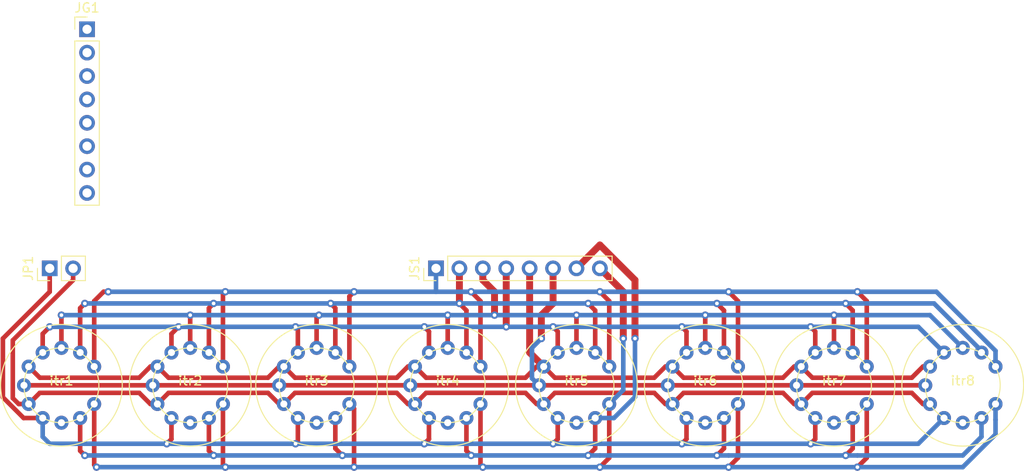
<source format=kicad_pcb>
(kicad_pcb (version 20211014) (generator pcbnew)
  (layers (0 "F.Cu" signal) (31 "B.Cu" signal) (34 "B.Paste" user) (35 "F.Paste" user) (36 "B.SilkS" user "B.Silkscreen") (37 "F.SilkS" user "F.Silkscreen") (38 "B.Mask" user) (39 "F.Mask" user) (44 "Edge.Cuts" user))
  (net 0 "")
  (net 1 "Net-(JS1-Pad1)")
  (net 2 "Net-(JS1-Pad2)")
  (net 3 "Net-(JS1-Pad3)")
  (net 4 "Net-(JS1-Pad4)")
  (net 5 "Net-(JS1-Pad5)")
  (net 6 "Net-(JS1-Pad6)")
  (net 7 "Net-(JP1-Pad2)")
  (net 8 "Net-(JP1-Pad1)")
  (net 9 "Net-(JG1-Pad1)")
  (net 10 "Net-(JS1-Pad7)")
  (net 11 "Net-(JS1-Pad8)")
  (net 12 "Net-(JG1-Pad8)")
  (net 13 "Net-(JG1-Pad2)")
  (net 14 "Net-(JG1-Pad7)")
  (net 15 "Net-(JG1-Pad3)")
  (net 16 "Net-(JG1-Pad6)")
  (net 17 "Net-(JG1-Pad4)")
  (net 18 "Net-(JG1-Pad5)")
  (footprint "Connector_PinHeader_2.54mm:PinHeader_1x02_P2.54mm_Vertical" (layer "F.Cu") (at 100.33 95.25 90)
    (fp_text reference "JP1" (at 0 -2.33 90) (layer "F.SilkS"))
    (fp_text value "1V")
    (fp_line (start -1.33 -1.33) (end 0 -1.33) (layer "F.SilkS") (width 0.12))
    (fp_line (start 1.33 1.27) (end 1.33 3.87) (layer "F.SilkS") (width 0.12))
    (fp_line (start -1.33 1.27) (end -1.33 3.87) (layer "F.SilkS") (width 0.12))
    (fp_line (start -1.33 1.27) (end 1.33 1.27) (layer "F.SilkS") (width 0.12))
    (fp_line (start -1.33 3.87) (end 1.33 3.87) (layer "F.SilkS") (width 0.12))
    (fp_line (start -1.33 0) (end -1.33 -1.33) (layer "F.SilkS") (width 0.12))
    (pad "1" thru_hole rect (at 0 0 90) (size 1.7 1.7) (drill 1) (layers *.Cu *.Mask) (net 8 "Net-(JP1-Pad1)"))
    (pad "2" thru_hole oval (at 0 2.54 90) (size 1.7 1.7) (drill 1) (layers *.Cu *.Mask) (net 7 "Net-(JP1-Pad2)"))
  )
  (footprint "Connector_PinHeader_2.54mm:PinHeader_1x08_P2.54mm_Vertical" (layer "F.Cu") (at 104.381 69.281)
    (fp_text reference "JG1" (at 0 -2.33) (layer "F.SilkS"))
    (fp_text value "Conn_01x08")
    (fp_line (start -1.33 19.11) (end 1.33 19.11) (layer "F.SilkS") (width 0.12))
    (fp_line (start -1.33 -1.33) (end 0 -1.33) (layer "F.SilkS") (width 0.12))
    (fp_line (start -1.33 1.27) (end 1.33 1.27) (layer "F.SilkS") (width 0.12))
    (fp_line (start 1.33 1.27) (end 1.33 19.11) (layer "F.SilkS") (width 0.12))
    (fp_line (start -1.33 1.27) (end -1.33 19.11) (layer "F.SilkS") (width 0.12))
    (fp_line (start -1.33 0) (end -1.33 -1.33) (layer "F.SilkS") (width 0.12))
    (pad "1" thru_hole rect (at 0 0) (size 1.7 1.7) (drill 1) (layers *.Cu *.Mask) (net 9 "Net-(JG1-Pad1)"))
    (pad "2" thru_hole oval (at 0 2.54) (size 1.7 1.7) (drill 1) (layers *.Cu *.Mask) (net 13 "Net-(JG1-Pad2)"))
    (pad "3" thru_hole oval (at 0 5.08) (size 1.7 1.7) (drill 1) (layers *.Cu *.Mask) (net 15 "Net-(JG1-Pad3)"))
    (pad "4" thru_hole oval (at 0 7.62) (size 1.7 1.7) (drill 1) (layers *.Cu *.Mask) (net 17 "Net-(JG1-Pad4)"))
    (pad "5" thru_hole oval (at 0 10.16) (size 1.7 1.7) (drill 1) (layers *.Cu *.Mask) (net 18 "Net-(JG1-Pad5)"))
    (pad "6" thru_hole oval (at 0 12.7) (size 1.7 1.7) (drill 1) (layers *.Cu *.Mask) (net 16 "Net-(JG1-Pad6)"))
    (pad "7" thru_hole oval (at 0 15.24) (size 1.7 1.7) (drill 1) (layers *.Cu *.Mask) (net 14 "Net-(JG1-Pad7)"))
    (pad "8" thru_hole oval (at 0 17.78) (size 1.7 1.7) (drill 1) (layers *.Cu *.Mask) (net 12 "Net-(JG1-Pad8)"))
  )
  (footprint "Itron:itron_IV_6" (layer "F.Cu") (at 185.42 107.95)
    (fp_text reference "itr7" (at 0 -0.5 unlocked) (layer "F.SilkS"))
    (fp_text value "itron_IV_6")
    (fp_circle (center 0 0) (end 0 -4.064) (layer "F.SilkS") (width 0.12) (fill none))
    (fp_circle (center 0 0) (end 6.604 0) (layer "F.SilkS") (width 0.12) (fill none))
    (pad "1" thru_hole circle (at 3.556 -2.032) (size 1.524 1.524) (drill 0.762) (layers *.Cu *.Mask) (net 1 "Net-(JS1-Pad1)"))
    (pad "2" thru_hole circle (at 2.032 -3.556) (size 1.524 1.524) (drill 0.762) (layers *.Cu *.Mask) (net 2 "Net-(JS1-Pad2)"))
    (pad "3" thru_hole circle (at 0 -4.064) (size 1.524 1.524) (drill 0.762) (layers *.Cu *.Mask) (net 3 "Net-(JS1-Pad3)"))
    (pad "4" thru_hole circle (at -2.032 -3.556) (size 1.524 1.524) (drill 0.762) (layers *.Cu *.Mask) (net 4 "Net-(JS1-Pad4)"))
    (pad "5" thru_hole circle (at -3.556 -2.032) (size 1.524 1.524) (drill 0.762) (layers *.Cu *.Mask) (net 5 "Net-(JS1-Pad5)"))
    (pad "6" thru_hole circle (at -4.064 0) (size 1.524 1.524) (drill 0.762) (layers *.Cu *.Mask) (net 6 "Net-(JS1-Pad6)"))
    (pad "7" thru_hole circle (at -3.556 2.032) (size 1.524 1.524) (drill 0.762) (layers *.Cu *.Mask) (net 7 "Net-(JP1-Pad2)"))
    (pad "8" thru_hole circle (at -2.032 3.556) (size 1.524 1.524) (drill 0.762) (layers *.Cu *.Mask) (net 8 "Net-(JP1-Pad1)"))
    (pad "9" thru_hole circle (at 0 4.064) (size 1.524 1.524) (drill 0.762) (layers *.Cu *.Mask) (net 14 "Net-(JG1-Pad7)"))
    (pad "10" thru_hole circle (at 2.032 3.556) (size 1.524 1.524) (drill 0.762) (layers *.Cu *.Mask) (net 10 "Net-(JS1-Pad7)"))
    (pad "11" thru_hole circle (at 3.556 2.032) (size 1.524 1.524) (drill 0.762) (layers *.Cu *.Mask) (net 11 "Net-(JS1-Pad8)"))
  )
  (footprint "Itron:itron_IV_6" (layer "F.Cu") (at 171.45 107.95)
    (fp_text reference "itr6" (at 0 -0.5 unlocked) (layer "F.SilkS"))
    (fp_text value "itron_IV_6")
    (fp_circle (center 0 0) (end 6.604 0) (layer "F.SilkS") (width 0.12) (fill none))
    (fp_circle (center 0 0) (end 0 -4.064) (layer "F.SilkS") (width 0.12) (fill none))
    (pad "1" thru_hole circle (at 3.556 -2.032) (size 1.524 1.524) (drill 0.762) (layers *.Cu *.Mask) (net 1 "Net-(JS1-Pad1)"))
    (pad "2" thru_hole circle (at 2.032 -3.556) (size 1.524 1.524) (drill 0.762) (layers *.Cu *.Mask) (net 2 "Net-(JS1-Pad2)"))
    (pad "3" thru_hole circle (at 0 -4.064) (size 1.524 1.524) (drill 0.762) (layers *.Cu *.Mask) (net 3 "Net-(JS1-Pad3)"))
    (pad "4" thru_hole circle (at -2.032 -3.556) (size 1.524 1.524) (drill 0.762) (layers *.Cu *.Mask) (net 4 "Net-(JS1-Pad4)"))
    (pad "5" thru_hole circle (at -3.556 -2.032) (size 1.524 1.524) (drill 0.762) (layers *.Cu *.Mask) (net 5 "Net-(JS1-Pad5)"))
    (pad "6" thru_hole circle (at -4.064 0) (size 1.524 1.524) (drill 0.762) (layers *.Cu *.Mask) (net 6 "Net-(JS1-Pad6)"))
    (pad "7" thru_hole circle (at -3.556 2.032) (size 1.524 1.524) (drill 0.762) (layers *.Cu *.Mask) (net 7 "Net-(JP1-Pad2)"))
    (pad "8" thru_hole circle (at -2.032 3.556) (size 1.524 1.524) (drill 0.762) (layers *.Cu *.Mask) (net 8 "Net-(JP1-Pad1)"))
    (pad "9" thru_hole circle (at 0 4.064) (size 1.524 1.524) (drill 0.762) (layers *.Cu *.Mask) (net 16 "Net-(JG1-Pad6)"))
    (pad "10" thru_hole circle (at 2.032 3.556) (size 1.524 1.524) (drill 0.762) (layers *.Cu *.Mask) (net 10 "Net-(JS1-Pad7)"))
    (pad "11" thru_hole circle (at 3.556 2.032) (size 1.524 1.524) (drill 0.762) (layers *.Cu *.Mask) (net 11 "Net-(JS1-Pad8)"))
  )
  (footprint "Itron:itron_IV_6" (layer "F.Cu") (at 115.57 107.95)
    (fp_text reference "itr2" (at 0 -0.5 unlocked) (layer "F.SilkS"))
    (fp_text value "itron_IV_6")
    (fp_circle (center 0 0) (end 0 -4.064) (layer "F.SilkS") (width 0.12) (fill none))
    (fp_circle (center 0 0) (end 6.604 0) (layer "F.SilkS") (width 0.12) (fill none))
    (pad "1" thru_hole circle (at 3.556 -2.032) (size 1.524 1.524) (drill 0.762) (layers *.Cu *.Mask) (net 1 "Net-(JS1-Pad1)"))
    (pad "2" thru_hole circle (at 2.032 -3.556) (size 1.524 1.524) (drill 0.762) (layers *.Cu *.Mask) (net 2 "Net-(JS1-Pad2)"))
    (pad "3" thru_hole circle (at 0 -4.064) (size 1.524 1.524) (drill 0.762) (layers *.Cu *.Mask) (net 3 "Net-(JS1-Pad3)"))
    (pad "4" thru_hole circle (at -2.032 -3.556) (size 1.524 1.524) (drill 0.762) (layers *.Cu *.Mask) (net 4 "Net-(JS1-Pad4)"))
    (pad "5" thru_hole circle (at -3.556 -2.032) (size 1.524 1.524) (drill 0.762) (layers *.Cu *.Mask) (net 5 "Net-(JS1-Pad5)"))
    (pad "6" thru_hole circle (at -4.064 0) (size 1.524 1.524) (drill 0.762) (layers *.Cu *.Mask) (net 6 "Net-(JS1-Pad6)"))
    (pad "7" thru_hole circle (at -3.556 2.032) (size 1.524 1.524) (drill 0.762) (layers *.Cu *.Mask) (net 7 "Net-(JP1-Pad2)"))
    (pad "8" thru_hole circle (at -2.032 3.556) (size 1.524 1.524) (drill 0.762) (layers *.Cu *.Mask) (net 8 "Net-(JP1-Pad1)"))
    (pad "9" thru_hole circle (at 0 4.064) (size 1.524 1.524) (drill 0.762) (layers *.Cu *.Mask) (net 13 "Net-(JG1-Pad2)"))
    (pad "10" thru_hole circle (at 2.032 3.556) (size 1.524 1.524) (drill 0.762) (layers *.Cu *.Mask) (net 10 "Net-(JS1-Pad7)"))
    (pad "11" thru_hole circle (at 3.556 2.032) (size 1.524 1.524) (drill 0.762) (layers *.Cu *.Mask) (net 11 "Net-(JS1-Pad8)"))
  )
  (footprint "Itron:itron_IV_6" (layer "F.Cu") (at 129.286 107.95)
    (fp_text reference "itr3" (at 0 -0.5 unlocked) (layer "F.SilkS"))
    (fp_text value "itron_IV_6")
    (fp_circle (center 0 0) (end 6.604 0) (layer "F.SilkS") (width 0.12) (fill none))
    (fp_circle (center 0 0) (end 0 -4.064) (layer "F.SilkS") (width 0.12) (fill none))
    (pad "1" thru_hole circle (at 3.556 -2.032) (size 1.524 1.524) (drill 0.762) (layers *.Cu *.Mask) (net 1 "Net-(JS1-Pad1)"))
    (pad "2" thru_hole circle (at 2.032 -3.556) (size 1.524 1.524) (drill 0.762) (layers *.Cu *.Mask) (net 2 "Net-(JS1-Pad2)"))
    (pad "3" thru_hole circle (at 0 -4.064) (size 1.524 1.524) (drill 0.762) (layers *.Cu *.Mask) (net 3 "Net-(JS1-Pad3)"))
    (pad "4" thru_hole circle (at -2.032 -3.556) (size 1.524 1.524) (drill 0.762) (layers *.Cu *.Mask) (net 4 "Net-(JS1-Pad4)"))
    (pad "5" thru_hole circle (at -3.556 -2.032) (size 1.524 1.524) (drill 0.762) (layers *.Cu *.Mask) (net 5 "Net-(JS1-Pad5)"))
    (pad "6" thru_hole circle (at -4.064 0) (size 1.524 1.524) (drill 0.762) (layers *.Cu *.Mask) (net 6 "Net-(JS1-Pad6)"))
    (pad "7" thru_hole circle (at -3.556 2.032) (size 1.524 1.524) (drill 0.762) (layers *.Cu *.Mask) (net 7 "Net-(JP1-Pad2)"))
    (pad "8" thru_hole circle (at -2.032 3.556) (size 1.524 1.524) (drill 0.762) (layers *.Cu *.Mask) (net 8 "Net-(JP1-Pad1)"))
    (pad "9" thru_hole circle (at 0 4.064) (size 1.524 1.524) (drill 0.762) (layers *.Cu *.Mask) (net 15 "Net-(JG1-Pad3)"))
    (pad "10" thru_hole circle (at 2.032 3.556) (size 1.524 1.524) (drill 0.762) (layers *.Cu *.Mask) (net 10 "Net-(JS1-Pad7)"))
    (pad "11" thru_hole circle (at 3.556 2.032) (size 1.524 1.524) (drill 0.762) (layers *.Cu *.Mask) (net 11 "Net-(JS1-Pad8)"))
  )
  (footprint "Itron:itron_IV_6" (layer "F.Cu") (at 199.39 107.95)
    (fp_text reference "itr8" (at 0 -0.5 unlocked) (layer "F.SilkS"))
    (fp_text value "itron_IV_6")
    (fp_circle (center 0 0) (end 0 -4.064) (layer "F.SilkS") (width 0.12) (fill none))
    (fp_circle (center 0 0) (end 6.604 0) (layer "F.SilkS") (width 0.12) (fill none))
    (pad "1" thru_hole circle (at 3.556 -2.032) (size 1.524 1.524) (drill 0.762) (layers *.Cu *.Mask) (net 1 "Net-(JS1-Pad1)"))
    (pad "2" thru_hole circle (at 2.032 -3.556) (size 1.524 1.524) (drill 0.762) (layers *.Cu *.Mask) (net 2 "Net-(JS1-Pad2)"))
    (pad "3" thru_hole circle (at 0 -4.064) (size 1.524 1.524) (drill 0.762) (layers *.Cu *.Mask) (net 3 "Net-(JS1-Pad3)"))
    (pad "4" thru_hole circle (at -2.032 -3.556) (size 1.524 1.524) (drill 0.762) (layers *.Cu *.Mask) (net 4 "Net-(JS1-Pad4)"))
    (pad "5" thru_hole circle (at -3.556 -2.032) (size 1.524 1.524) (drill 0.762) (layers *.Cu *.Mask) (net 5 "Net-(JS1-Pad5)"))
    (pad "6" thru_hole circle (at -4.064 0) (size 1.524 1.524) (drill 0.762) (layers *.Cu *.Mask) (net 6 "Net-(JS1-Pad6)"))
    (pad "7" thru_hole circle (at -3.556 2.032) (size 1.524 1.524) (drill 0.762) (layers *.Cu *.Mask) (net 7 "Net-(JP1-Pad2)"))
    (pad "8" thru_hole circle (at -2.032 3.556) (size 1.524 1.524) (drill 0.762) (layers *.Cu *.Mask) (net 8 "Net-(JP1-Pad1)"))
    (pad "9" thru_hole circle (at 0 4.064) (size 1.524 1.524) (drill 0.762) (layers *.Cu *.Mask) (net 12 "Net-(JG1-Pad8)"))
    (pad "10" thru_hole circle (at 2.032 3.556) (size 1.524 1.524) (drill 0.762) (layers *.Cu *.Mask) (net 10 "Net-(JS1-Pad7)"))
    (pad "11" thru_hole circle (at 3.556 2.032) (size 1.524 1.524) (drill 0.762) (layers *.Cu *.Mask) (net 11 "Net-(JS1-Pad8)"))
  )
  (footprint "Itron:itron_IV_6" (layer "F.Cu") (at 143.51 107.95)
    (fp_text reference "itr4" (at 0 -0.5 unlocked) (layer "F.SilkS"))
    (fp_text value "itron_IV_6")
    (fp_circle (center 0 0) (end 0 -4.064) (layer "F.SilkS") (width 0.12) (fill none))
    (fp_circle (center 0 0) (end 6.604 0) (layer "F.SilkS") (width 0.12) (fill none))
    (pad "1" thru_hole circle (at 3.556 -2.032) (size 1.524 1.524) (drill 0.762) (layers *.Cu *.Mask) (net 1 "Net-(JS1-Pad1)"))
    (pad "2" thru_hole circle (at 2.032 -3.556) (size 1.524 1.524) (drill 0.762) (layers *.Cu *.Mask) (net 2 "Net-(JS1-Pad2)"))
    (pad "3" thru_hole circle (at 0 -4.064) (size 1.524 1.524) (drill 0.762) (layers *.Cu *.Mask) (net 3 "Net-(JS1-Pad3)"))
    (pad "4" thru_hole circle (at -2.032 -3.556) (size 1.524 1.524) (drill 0.762) (layers *.Cu *.Mask) (net 4 "Net-(JS1-Pad4)"))
    (pad "5" thru_hole circle (at -3.556 -2.032) (size 1.524 1.524) (drill 0.762) (layers *.Cu *.Mask) (net 5 "Net-(JS1-Pad5)"))
    (pad "6" thru_hole circle (at -4.064 0) (size 1.524 1.524) (drill 0.762) (layers *.Cu *.Mask) (net 6 "Net-(JS1-Pad6)"))
    (pad "7" thru_hole circle (at -3.556 2.032) (size 1.524 1.524) (drill 0.762) (layers *.Cu *.Mask) (net 7 "Net-(JP1-Pad2)"))
    (pad "8" thru_hole circle (at -2.032 3.556) (size 1.524 1.524) (drill 0.762) (layers *.Cu *.Mask) (net 8 "Net-(JP1-Pad1)"))
    (pad "9" thru_hole circle (at 0 4.064) (size 1.524 1.524) (drill 0.762) (layers *.Cu *.Mask) (net 17 "Net-(JG1-Pad4)"))
    (pad "10" thru_hole circle (at 2.032 3.556) (size 1.524 1.524) (drill 0.762) (layers *.Cu *.Mask) (net 10 "Net-(JS1-Pad7)"))
    (pad "11" thru_hole circle (at 3.556 2.032) (size 1.524 1.524) (drill 0.762) (layers *.Cu *.Mask) (net 11 "Net-(JS1-Pad8)"))
  )
  (footprint "Itron:itron_IV_6" (layer "F.Cu") (at 101.6 107.95)
    (fp_text reference "itr1" (at 0 -0.5 unlocked) (layer "F.SilkS"))
    (fp_text value "itron_IV_6")
    (fp_circle (center 0 0) (end 6.604 0) (layer "F.SilkS") (width 0.12) (fill none))
    (fp_circle (center 0 0) (end 0 -4.064) (layer "F.SilkS") (width 0.12) (fill none))
    (pad "1" thru_hole circle (at 3.556 -2.032) (size 1.524 1.524) (drill 0.762) (layers *.Cu *.Mask) (net 1 "Net-(JS1-Pad1)"))
    (pad "2" thru_hole circle (at 2.032 -3.556) (size 1.524 1.524) (drill 0.762) (layers *.Cu *.Mask) (net 2 "Net-(JS1-Pad2)"))
    (pad "3" thru_hole circle (at 0 -4.064) (size 1.524 1.524) (drill 0.762) (layers *.Cu *.Mask) (net 3 "Net-(JS1-Pad3)"))
    (pad "4" thru_hole circle (at -2.032 -3.556) (size 1.524 1.524) (drill 0.762) (layers *.Cu *.Mask) (net 4 "Net-(JS1-Pad4)"))
    (pad "5" thru_hole circle (at -3.556 -2.032) (size 1.524 1.524) (drill 0.762) (layers *.Cu *.Mask) (net 5 "Net-(JS1-Pad5)"))
    (pad "6" thru_hole circle (at -4.064 0) (size 1.524 1.524) (drill 0.762) (layers *.Cu *.Mask) (net 6 "Net-(JS1-Pad6)"))
    (pad "7" thru_hole circle (at -3.556 2.032) (size 1.524 1.524) (drill 0.762) (layers *.Cu *.Mask) (net 7 "Net-(JP1-Pad2)"))
    (pad "8" thru_hole circle (at -2.032 3.556) (size 1.524 1.524) (drill 0.762) (layers *.Cu *.Mask) (net 8 "Net-(JP1-Pad1)"))
    (pad "9" thru_hole circle (at 0 4.064) (size 1.524 1.524) (drill 0.762) (layers *.Cu *.Mask) (net 9 "Net-(JG1-Pad1)"))
    (pad "10" thru_hole circle (at 2.032 3.556) (size 1.524 1.524) (drill 0.762) (layers *.Cu *.Mask) (net 10 "Net-(JS1-Pad7)"))
    (pad "11" thru_hole circle (at 3.556 2.032) (size 1.524 1.524) (drill 0.762) (layers *.Cu *.Mask) (net 11 "Net-(JS1-Pad8)"))
  )
  (footprint "Itron:itron_IV_6" (layer "F.Cu") (at 157.48 107.95)
    (fp_text reference "itr5" (at 0 -0.5 unlocked) (layer "F.SilkS"))
    (fp_text value "itron_IV_6")
    (fp_circle (center 0 0) (end 0 -4.064) (layer "F.SilkS") (width 0.12) (fill none))
    (fp_circle (center 0 0) (end 6.604 0) (layer "F.SilkS") (width 0.12) (fill none))
    (pad "1" thru_hole circle (at 3.556 -2.032) (size 1.524 1.524) (drill 0.762) (layers *.Cu *.Mask) (net 1 "Net-(JS1-Pad1)"))
    (pad "2" thru_hole circle (at 2.032 -3.556) (size 1.524 1.524) (drill 0.762) (layers *.Cu *.Mask) (net 2 "Net-(JS1-Pad2)"))
    (pad "3" thru_hole circle (at 0 -4.064) (size 1.524 1.524) (drill 0.762) (layers *.Cu *.Mask) (net 3 "Net-(JS1-Pad3)"))
    (pad "4" thru_hole circle (at -2.032 -3.556) (size 1.524 1.524) (drill 0.762) (layers *.Cu *.Mask) (net 4 "Net-(JS1-Pad4)"))
    (pad "5" thru_hole circle (at -3.556 -2.032) (size 1.524 1.524) (drill 0.762) (layers *.Cu *.Mask) (net 5 "Net-(JS1-Pad5)"))
    (pad "6" thru_hole circle (at -4.064 0) (size 1.524 1.524) (drill 0.762) (layers *.Cu *.Mask) (net 6 "Net-(JS1-Pad6)"))
    (pad "7" thru_hole circle (at -3.556 2.032) (size 1.524 1.524) (drill 0.762) (layers *.Cu *.Mask) (net 7 "Net-(JP1-Pad2)"))
    (pad "8" thru_hole circle (at -2.032 3.556) (size 1.524 1.524) (drill 0.762) (layers *.Cu *.Mask) (net 8 "Net-(JP1-Pad1)"))
    (pad "9" thru_hole circle (at 0 4.064) (size 1.524 1.524) (drill 0.762) (layers *.Cu *.Mask) (net 18 "Net-(JG1-Pad5)"))
    (pad "10" thru_hole circle (at 2.032 3.556) (size 1.524 1.524) (drill 0.762) (layers *.Cu *.Mask) (net 10 "Net-(JS1-Pad7)"))
    (pad "11" thru_hole circle (at 3.556 2.032) (size 1.524 1.524) (drill 0.762) (layers *.Cu *.Mask) (net 11 "Net-(JS1-Pad8)"))
  )
  (footprint "Connector_PinHeader_2.54mm:PinHeader_1x08_P2.54mm_Vertical" (layer "F.Cu") (at 142.24 95.25 90)
    (fp_text reference "JS1" (at 0 -2.33 90) (layer "F.SilkS"))
    (fp_text value "Conn_01x08")
    (fp_line (start -1.33 1.27) (end 1.33 1.27) (layer "F.SilkS") (width 0.12))
    (fp_line (start 1.33 1.27) (end 1.33 19.11) (layer "F.SilkS") (width 0.12))
    (fp_line (start -1.33 1.27) (end -1.33 19.11) (layer "F.SilkS") (width 0.12))
    (fp_line (start -1.33 19.11) (end 1.33 19.11) (layer "F.SilkS") (width 0.12))
    (fp_line (start -1.33 -1.33) (end 0 -1.33) (layer "F.SilkS") (width 0.12))
    (fp_line (start -1.33 0) (end -1.33 -1.33) (layer "F.SilkS") (width 0.12))
    (pad "1" thru_hole rect (at 0 0 90) (size 1.7 1.7) (drill 1) (layers *.Cu *.Mask) (net 1 "Net-(JS1-Pad1)"))
    (pad "2" thru_hole oval (at 0 2.54 90) (size 1.7 1.7) (drill 1) (layers *.Cu *.Mask) (net 2 "Net-(JS1-Pad2)"))
    (pad "3" thru_hole oval (at 0 5.08 90) (size 1.7 1.7) (drill 1) (layers *.Cu *.Mask) (net 3 "Net-(JS1-Pad3)"))
    (pad "4" thru_hole oval (at 0 7.62 90) (size 1.7 1.7) (drill 1) (layers *.Cu *.Mask) (net 4 "Net-(JS1-Pad4)"))
    (pad "5" thru_hole oval (at 0 10.16 90) (size 1.7 1.7) (drill 1) (layers *.Cu *.Mask) (net 5 "Net-(JS1-Pad5)"))
    (pad "6" thru_hole oval (at 0 12.7 90) (size 1.7 1.7) (drill 1) (layers *.Cu *.Mask) (net 6 "Net-(JS1-Pad6)"))
    (pad "7" thru_hole oval (at 0 15.24 90) (size 1.7 1.7) (drill 1) (layers *.Cu *.Mask) (net 10 "Net-(JS1-Pad7)"))
    (pad "8" thru_hole oval (at 0 17.78 90) (size 1.7 1.7) (drill 1) (layers *.Cu *.Mask) (net 11 "Net-(JS1-Pad8)"))
  )
  (segment (start 132.842 105.918) (end 132.842 98.298) (width 0.5) (layer "F.Cu") (net 1))
  (segment (start 105.156 105.918) (end 105.156 98.806) (width 0.5) (layer "F.Cu") (net 1))
  (segment (start 119.126 105.918) (end 119.126 98.044) (width 0.5) (layer "F.Cu") (net 1))
  (segment (start 175.006 98.806) (end 173.99 97.79) (width 0.5) (layer "F.Cu") (net 1))
  (segment (start 119.126 98.044) (end 119.38 97.79) (width 0.5) (layer "F.Cu") (net 1))
  (segment (start 175.006 105.918) (end 175.006 98.806) (width 0.5) (layer "F.Cu") (net 1))
  (segment (start 147.066 105.918) (end 147.066 98.806) (width 0.5) (layer "F.Cu") (net 1))
  (segment (start 188.976 98.806) (end 187.96 97.79) (width 0.5) (layer "F.Cu") (net 1))
  (segment (start 106.172 97.79) (end 106.68 97.79) (width 0.5) (layer "F.Cu") (net 1))
  (segment (start 105.156 98.806) (end 106.172 97.79) (width 0.5) (layer "F.Cu") (net 1))
  (segment (start 161.036 105.918) (end 161.036 98.806) (width 0.5) (layer "F.Cu") (net 1))
  (segment (start 161.036 98.806) (end 160.02 97.79) (width 0.5) (layer "F.Cu") (net 1))
  (segment (start 147.066 98.806) (end 146.05 97.79) (width 0.5) (layer "F.Cu") (net 1))
  (segment (start 188.976 105.918) (end 188.976 98.806) (width 0.5) (layer "F.Cu") (net 1))
  (segment (start 132.842 98.298) (end 133.35 97.79) (width 0.5) (layer "F.Cu") (net 1))
  (via (at 133.35 97.79) (size 0.8) (drill 0.4) (layers "F.Cu" "B.Cu") (net 1))
  (via (at 119.38 97.79) (size 0.8) (drill 0.4) (layers "F.Cu" "B.Cu") (net 1))
  (via (at 173.99 97.79) (size 0.8) (drill 0.4) (layers "F.Cu" "B.Cu") (net 1))
  (via (at 187.96 97.79) (size 0.8) (drill 0.4) (layers "F.Cu" "B.Cu") (net 1))
  (via (at 146.05 97.79) (size 0.8) (drill 0.4) (layers "F.Cu" "B.Cu") (net 1))
  (via (at 160.02 97.79) (size 0.8) (drill 0.4) (layers "F.Cu" "B.Cu") (net 1))
  (via (at 106.68 97.79) (size 0.8) (drill 0.4) (layers "F.Cu" "B.Cu") (net 1))
  (segment (start 196.531336 97.79) (end 202.946 104.204664) (width 0.5) (layer "B.Cu") (net 1))
  (segment (start 142.24 97.79) (end 187.96 97.79) (width 0.5) (layer "B.Cu") (net 1))
  (segment (start 187.96 97.79) (end 196.531336 97.79) (width 0.5) (layer "B.Cu") (net 1))
  (segment (start 202.946 104.204664) (end 202.946 105.918) (width 0.5) (layer "B.Cu") (net 1))
  (segment (start 142.24 97.79) (end 142.24 95.25) (width 0.5) (layer "B.Cu") (net 1))
  (segment (start 106.68 97.79) (end 142.24 97.79) (width 0.5) (layer "B.Cu") (net 1))
  (segment (start 131.318 104.394) (end 131.318 99.568) (width 0.5) (layer "F.Cu") (net 2))
  (segment (start 103.632 99.822) (end 103.632 99.568) (width 0.5) (layer "F.Cu") (net 2))
  (segment (start 187.452 99.822) (end 186.69 99.06) (width 0.5) (layer "F.Cu") (net 2))
  (segment (start 173.482 99.822) (end 172.72 99.06) (width 0.5) (layer "F.Cu") (net 2))
  (segment (start 159.512 104.394) (end 159.512 99.822) (width 0.5) (layer "F.Cu") (net 2))
  (segment (start 103.632 104.394) (end 103.632 99.822) (width 0.5) (layer "F.Cu") (net 2))
  (segment (start 117.602 99.568) (end 118.11 99.06) (width 0.5) (layer "F.Cu") (net 2))
  (segment (start 131.318 99.568) (end 130.81 99.06) (width 0.5) (layer "F.Cu") (net 2))
  (segment (start 145.542 104.394) (end 145.542 99.822) (width 0.5) (layer "F.Cu") (net 2))
  (segment (start 103.632 99.568) (end 104.14 99.06) (width 0.5) (layer "F.Cu") (net 2))
  (segment (start 117.602 99.822) (end 117.602 99.568) (width 0.5) (layer "F.Cu") (net 2))
  (segment (start 117.602 104.394) (end 117.602 99.822) (width 0.5) (layer "F.Cu") (net 2))
  (segment (start 159.512 99.822) (end 158.75 99.06) (width 0.5) (layer "F.Cu") (net 2))
  (segment (start 187.452 104.394) (end 187.452 99.822) (width 0.5) (layer "F.Cu") (net 2))
  (segment (start 173.482 104.394) (end 173.482 99.822) (width 0.5) (layer "F.Cu") (net 2))
  (segment (start 144.78 95.25) (end 144.78 99.06) (width 0.75) (layer "F.Cu") (net 2))
  (segment (start 145.542 99.822) (end 144.78 99.06) (width 0.5) (layer "F.Cu") (net 2))
  (via (at 144.78 99.06) (size 0.8) (drill 0.4) (layers "F.Cu" "B.Cu") (net 2))
  (via (at 130.81 99.06) (size 0.8) (drill 0.4) (layers "F.Cu" "B.Cu") (net 2))
  (via (at 104.14 99.06) (size 0.8) (drill 0.4) (layers "F.Cu" "B.Cu") (net 2))
  (via (at 172.72 99.06) (size 0.8) (drill 0.4) (layers "F.Cu" "B.Cu") (net 2))
  (via (at 118.11 99.06) (size 0.8) (drill 0.4) (layers "F.Cu" "B.Cu") (net 2))
  (via (at 158.75 99.06) (size 0.8) (drill 0.4) (layers "F.Cu" "B.Cu") (net 2))
  (via (at 186.69 99.06) (size 0.8) (drill 0.4) (layers "F.Cu" "B.Cu") (net 2))
  (segment (start 186.69 99.06) (end 104.14 99.06) (width 0.5) (layer "B.Cu") (net 2))
  (segment (start 196.277336 99.06) (end 201.422 104.204664) (width 0.5) (layer "B.Cu") (net 2))
  (segment (start 186.69 99.06) (end 196.277336 99.06) (width 0.5) (layer "B.Cu") (net 2))
  (segment (start 201.422 104.204664) (end 201.422 104.394) (width 0.5) (layer "B.Cu") (net 2))
  (segment (start 185.42 103.886) (end 185.42 100.33) (width 0.5) (layer "F.Cu") (net 3))
  (segment (start 143.51 103.886) (end 143.51 100.33) (width 0.5) (layer "F.Cu") (net 3))
  (segment (start 115.57 103.886) (end 115.57 100.33) (width 0.5) (layer "F.Cu") (net 3))
  (segment (start 101.6 103.886) (end 101.6 100.33) (width 0.5) (layer "F.Cu") (net 3))
  (segment (start 129.286 100.584) (end 129.54 100.33) (width 0.5) (layer "F.Cu") (net 3))
  (segment (start 148.59 97.79) (end 148.59 100.33) (width 0.75) (layer "F.Cu") (net 3))
  (segment (start 147.32 95.25) (end 147.32 96.52) (width 0.75) (layer "F.Cu") (net 3))
  (segment (start 147.32 96.52) (end 148.59 97.79) (width 0.75) (layer "F.Cu") (net 3))
  (segment (start 171.45 103.886) (end 171.45 100.33) (width 0.5) (layer "F.Cu") (net 3))
  (segment (start 157.48 103.886) (end 157.48 100.33) (width 0.5) (layer "F.Cu") (net 3))
  (segment (start 129.286 103.886) (end 129.286 100.584) (width 0.5) (layer "F.Cu") (net 3))
  (via (at 115.57 100.33) (size 0.8) (drill 0.4) (layers "F.Cu" "B.Cu") (net 3))
  (via (at 143.51 100.33) (size 0.8) (drill 0.4) (layers "F.Cu" "B.Cu") (net 3))
  (via (at 101.6 100.33) (size 0.8) (drill 0.4) (layers "F.Cu" "B.Cu") (net 3))
  (via (at 171.45 100.33) (size 0.8) (drill 0.4) (layers "F.Cu" "B.Cu") (net 3))
  (via (at 148.59 100.33) (size 0.8) (drill 0.4) (layers "F.Cu" "B.Cu") (net 3))
  (via (at 129.54 100.33) (size 0.8) (drill 0.4) (layers "F.Cu" "B.Cu") (net 3))
  (via (at 157.48 100.33) (size 0.8) (drill 0.4) (layers "F.Cu" "B.Cu") (net 3))
  (via (at 185.42 100.33) (size 0.8) (drill 0.4) (layers "F.Cu" "B.Cu") (net 3))
  (segment (start 195.834 100.33) (end 199.39 103.886) (width 0.5) (layer "B.Cu") (net 3))
  (segment (start 185.42 100.33) (end 195.834 100.33) (width 0.5) (layer "B.Cu") (net 3))
  (segment (start 101.6 100.33) (end 185.42 100.33) (width 0.5) (layer "B.Cu") (net 3))
  (segment (start 169.418 102.108) (end 168.91 101.6) (width 0.5) (layer "F.Cu") (net 4))
  (segment (start 183.388 104.394) (end 183.388 102.108) (width 0.5) (layer "F.Cu") (net 4))
  (segment (start 127.254 104.394) (end 127.254 101.854) (width 0.5) (layer "F.Cu") (net 4))
  (segment (start 183.388 102.108) (end 182.88 101.6) (width 0.5) (layer "F.Cu") (net 4))
  (segment (start 149.86 95.25) (end 149.86 101.6) (width 0.75) (layer "F.Cu") (net 4))
  (segment (start 155.448 104.394) (end 155.448 102.108) (width 0.5) (layer "F.Cu") (net 4))
  (segment (start 113.538 102.362) (end 114.3 101.6) (width 0.5) (layer "F.Cu") (net 4))
  (segment (start 155.448 102.108) (end 154.94 101.6) (width 0.5) (layer "F.Cu") (net 4))
  (segment (start 99.568 102.362) (end 100.33 101.6) (width 0.5) (layer "F.Cu") (net 4))
  (segment (start 99.568 104.394) (end 99.568 102.362) (width 0.5) (layer "F.Cu") (net 4))
  (segment (start 113.538 104.394) (end 113.538 102.362) (width 0.5) (layer "F.Cu") (net 4))
  (segment (start 141.478 104.394) (end 141.478 102.108) (width 0.5) (layer "F.Cu") (net 4))
  (segment (start 169.418 104.394) (end 169.418 102.108) (width 0.5) (layer "F.Cu") (net 4))
  (segment (start 141.478 102.108) (end 140.97 101.6) (width 0.5) (layer "F.Cu") (net 4))
  (via (at 149.86 101.6) (size 0.8) (drill 0.4) (layers "F.Cu" "B.Cu") (net 4))
  (via (at 154.94 101.6) (size 0.8) (drill 0.4) (layers "F.Cu" "B.Cu") (net 4))
  (via (at 182.88 101.6) (size 0.8) (drill 0.4) (layers "F.Cu" "B.Cu") (net 4))
  (via (at 168.91 101.6) (size 0.8) (drill 0.4) (layers "F.Cu" "B.Cu") (net 4))
  (via (at 100.33 101.6) (size 0.8) (drill 0.4) (layers "F.Cu" "B.Cu") (net 4))
  (via (at 114.3 101.6) (size 0.8) (drill 0.4) (layers "F.Cu" "B.Cu") (net 4))
  (via (at 140.97 101.6) (size 0.8) (drill 0.4) (layers "F.Cu" "B.Cu") (net 4))
  (via (at 127 101.6) (size 0.8) (drill 0.4) (layers "F.Cu" "B.Cu") (net 4))
  (segment (start 182.88 101.6) (end 149.86 101.6) (width 0.5) (layer "B.Cu") (net 4))
  (segment (start 182.88 101.6) (end 194.564 101.6) (width 0.5) (layer "B.Cu") (net 4))
  (segment (start 194.564 101.6) (end 197.358 104.394) (width 0.5) (layer "B.Cu") (net 4))
  (segment (start 149.86 101.6) (end 127 101.6) (width 0.5) (layer "B.Cu") (net 4))
  (segment (start 127 101.6) (end 100.33 101.6) (width 0.5) (layer "B.Cu") (net 4))
  (segment (start 98.044 105.918) (end 99.255511 107.129511) (width 0.5) (layer "F.Cu") (net 5))
  (segment (start 195.072 105.918) (end 195.834 105.918) (width 0.5) (layer "F.Cu") (net 5))
  (segment (start 183.075511 107.129511) (end 193.860489 107.129511) (width 0.5) (layer "F.Cu") (net 5))
  (segment (start 155.135511 107.129511) (end 165.920489 107.129511) (width 0.5) (layer "F.Cu") (net 5))
  (segment (start 141.165511 107.129511) (end 151.950489 107.129511) (width 0.5) (layer "F.Cu") (net 5))
  (segment (start 153.162 105.918) (end 153.924 105.918) (width 0.5) (layer "F.Cu") (net 5))
  (segment (start 152.4 95.25) (end 152.4 104.394) (width 0.75) (layer "F.Cu") (net 5))
  (segment (start 125.73 105.918) (end 126.941511 107.129511) (width 0.5) (layer "F.Cu") (net 5))
  (segment (start 139.192 105.918) (end 139.954 105.918) (width 0.5) (layer "F.Cu") (net 5))
  (segment (start 181.102 105.918) (end 181.864 105.918) (width 0.5) (layer "F.Cu") (net 5))
  (segment (start 181.864 105.918) (end 183.075511 107.129511) (width 0.5) (layer "F.Cu") (net 5))
  (segment (start 193.860489 107.129511) (end 195.072 105.918) (width 0.5) (layer "F.Cu") (net 5))
  (segment (start 110.040489 107.129511) (end 111.252 105.918) (width 0.5) (layer "F.Cu") (net 5))
  (segment (start 167.132 105.918) (end 167.894 105.918) (width 0.5) (layer "F.Cu") (net 5))
  (segment (start 179.890489 107.129511) (end 181.102 105.918) (width 0.5) (layer "F.Cu") (net 5))
  (segment (start 113.225511 107.129511) (end 124.010489 107.129511) (width 0.5) (layer "F.Cu") (net 5))
  (segment (start 169.105511 107.129511) (end 179.890489 107.129511) (width 0.5) (layer "F.Cu") (net 5))
  (segment (start 99.255511 107.129511) (end 110.040489 107.129511) (width 0.5) (layer "F.Cu") (net 5))
  (segment (start 153.924 105.918) (end 155.135511 107.129511) (width 0.5) (layer "F.Cu") (net 5))
  (segment (start 124.010489 107.129511) (end 125.222 105.918) (width 0.5) (layer "F.Cu") (net 5))
  (segment (start 126.941511 107.129511) (end 137.980489 107.129511) (width 0.5) (layer "F.Cu") (net 5))
  (segment (start 137.980489 107.129511) (end 139.192 105.918) (width 0.5) (layer "F.Cu") (net 5))
  (segment (start 167.894 105.918) (end 169.105511 107.129511) (width 0.5) (layer "F.Cu") (net 5))
  (segment (start 152.4 104.394) (end 153.924 105.918) (width 0.75) (layer "F.Cu") (net 5))
  (segment (start 165.920489 107.129511) (end 167.132 105.918) (width 0.5) (layer "F.Cu") (net 5))
  (segment (start 151.950489 107.129511) (end 153.162 105.918) (width 0.5) (layer "F.Cu") (net 5))
  (segment (start 111.252 105.918) (end 112.014 105.918) (width 0.5) (layer "F.Cu") (net 5))
  (segment (start 139.954 105.918) (end 141.165511 107.129511) (width 0.5) (layer "F.Cu") (net 5))
  (segment (start 125.222 105.918) (end 125.73 105.918) (width 0.5) (layer "F.Cu") (net 5))
  (segment (start 112.014 105.918) (end 113.225511 107.129511) (width 0.5) (layer "F.Cu") (net 5))
  (segment (start 154.94 99.06) (end 153.67 100.33) (width 0.75) (layer "F.Cu") (net 6))
  (segment (start 97.536 107.95) (end 195.326 107.95) (width 0.5) (layer "F.Cu") (net 6))
  (segment (start 153.67 100.33) (end 153.67 102.87) (width 0.75) (layer "F.Cu") (net 6))
  (segment (start 154.94 95.25) (end 154.94 99.06) (width 0.75) (layer "F.Cu") (net 6))
  (via (at 153.67 102.87) (size 0.8) (drill 0.4) (layers "F.Cu" "B.Cu") (net 6))
  (segment (start 152.654001 107.188001) (end 152.654001 103.885999) (width 0.5) (layer "B.Cu") (net 6))
  (segment (start 152.654001 103.885999) (end 153.67 102.87) (width 0.5) (layer "B.Cu") (net 6))
  (segment (start 153.416 107.95) (end 152.654001 107.188001) (width 0.5) (layer "B.Cu") (net 6))
  (segment (start 155.135511 108.770489) (end 165.920489 108.770489) (width 0.5) (layer "F.Cu") (net 7))
  (segment (start 111.252 109.982) (end 112.014 109.982) (width 0.5) (layer "F.Cu") (net 7))
  (segment (start 98.044 109.982) (end 96.96637 109.982) (width 0.5) (layer "F.Cu") (net 7))
  (segment (start 113.225511 108.770489) (end 124.010489 108.770489) (width 0.5) (layer "F.Cu") (net 7))
  (segment (start 99.255511 108.770489) (end 110.040489 108.770489) (width 0.5) (layer "F.Cu") (net 7))
  (segment (start 98.044 109.982) (end 99.255511 108.770489) (width 0.5) (layer "F.Cu") (net 7))
  (segment (start 167.894 109.982) (end 169.105511 108.770489) (width 0.5) (layer "F.Cu") (net 7))
  (segment (start 165.920489 108.770489) (end 167.132 109.982) (width 0.5) (layer "F.Cu") (net 7))
  (segment (start 137.980489 108.770489) (end 139.192 109.982) (width 0.5) (layer "F.Cu") (net 7))
  (segment (start 96.96637 109.982) (end 96.324489 109.340119) (width 0.5) (layer "F.Cu") (net 7))
  (segment (start 151.950489 108.770489) (end 153.162 109.982) (width 0.5) (layer "F.Cu") (net 7))
  (segment (start 124.010489 108.770489) (end 125.222 109.982) (width 0.5) (layer "F.Cu") (net 7))
  (segment (start 110.040489 108.770489) (end 111.252 109.982) (width 0.5) (layer "F.Cu") (net 7))
  (segment (start 181.102 109.982) (end 181.864 109.982) (width 0.5) (layer "F.Cu") (net 7))
  (segment (start 181.864 109.982) (end 183.075511 108.770489) (width 0.5) (layer "F.Cu") (net 7))
  (segment (start 96.324489 103.065511) (end 102.87 96.52) (width 0.5) (layer "F.Cu") (net 7))
  (segment (start 179.890489 108.770489) (end 181.102 109.982) (width 0.5) (layer "F.Cu") (net 7))
  (segment (start 126.941511 108.770489) (end 137.980489 108.770489) (width 0.5) (layer "F.Cu") (net 7))
  (segment (start 167.132 109.982) (end 167.894 109.982) (width 0.5) (layer "F.Cu") (net 7))
  (segment (start 169.105511 108.770489) (end 179.890489 108.770489) (width 0.5) (layer "F.Cu") (net 7))
  (segment (start 153.924 109.982) (end 155.135511 108.770489) (width 0.5) (layer "F.Cu") (net 7))
  (segment (start 125.73 109.982) (end 126.941511 108.770489) (width 0.5) (layer "F.Cu") (net 7))
  (segment (start 96.324489 109.340119) (end 96.324489 103.065511) (width 0.5) (layer "F.Cu") (net 7))
  (segment (start 195.072 109.982) (end 195.834 109.982) (width 0.5) (layer "F.Cu") (net 7))
  (segment (start 141.165511 108.770489) (end 151.950489 108.770489) (width 0.5) (layer "F.Cu") (net 7))
  (segment (start 153.162 109.982) (end 153.924 109.982) (width 0.5) (layer "F.Cu") (net 7))
  (segment (start 102.87 96.52) (end 102.87 95.25) (width 0.5) (layer "F.Cu") (net 7))
  (segment (start 139.192 109.982) (end 139.954 109.982) (width 0.5) (layer "F.Cu") (net 7))
  (segment (start 183.075511 108.770489) (end 193.860489 108.770489) (width 0.5) (layer "F.Cu") (net 7))
  (segment (start 139.954 109.982) (end 141.165511 108.770489) (width 0.5) (layer "F.Cu") (net 7))
  (segment (start 112.014 109.982) (end 113.225511 108.770489) (width 0.5) (layer "F.Cu") (net 7))
  (segment (start 125.222 109.982) (end 125.73 109.982) (width 0.5) (layer "F.Cu") (net 7))
  (segment (start 193.860489 108.770489) (end 195.072 109.982) (width 0.5) (layer "F.Cu") (net 7))
  (segment (start 141.478 111.506) (end 141.478 113.792) (width 0.5) (layer "F.Cu") (net 8))
  (segment (start 99.568 111.506) (end 97.5011 111.506) (width 0.5) (layer "F.Cu") (net 8))
  (segment (start 169.418 113.792) (end 168.91 114.3) (width 0.5) (layer "F.Cu") (net 8))
  (segment (start 113.538 113.792) (end 113.03 114.3) (width 0.5) (layer "F.Cu") (net 8))
  (segment (start 95.25 109.2549) (end 95.25 102.87) (width 0.5) (layer "F.Cu") (net 8))
  (segment (start 127.254 114.046) (end 127 114.3) (width 0.5) (layer "F.Cu") (net 8))
  (segment (start 183.388 113.792) (end 182.88 114.3) (width 0.5) (layer "F.Cu") (net 8))
  (segment (start 113.538 111.506) (end 113.538 113.792) (width 0.5) (layer "F.Cu") (net 8))
  (segment (start 155.448 111.506) (end 155.448 113.792) (width 0.5) (layer "F.Cu") (net 8))
  (segment (start 100.33 97.79) (end 100.33 95.25) (width 0.5) (layer "F.Cu") (net 8))
  (segment (start 97.5011 111.506) (end 95.25 109.2549) (width 0.5) (layer "F.Cu") (net 8))
  (segment (start 155.448 113.792) (end 154.94 114.3) (width 0.5) (layer "F.Cu") (net 8))
  (segment (start 127.254 111.506) (end 127.254 114.046) (width 0.5) (layer "F.Cu") (net 8))
  (segment (start 141.478 113.792) (end 140.97 114.3) (width 0.5) (layer "F.Cu") (net 8))
  (segment (start 169.418 111.506) (end 169.418 113.792) (width 0.5) (layer "F.Cu") (net 8))
  (segment (start 95.25 102.87) (end 100.33 97.79) (width 0.5) (layer "F.Cu") (net 8))
  (segment (start 183.388 111.506) (end 183.388 113.792) (width 0.5) (layer "F.Cu") (net 8))
  (via (at 140.97 114.3) (size 0.8) (drill 0.4) (layers "F.Cu" "B.Cu") (net 8))
  (via (at 168.91 114.3) (size 0.8) (drill 0.4) (layers "F.Cu" "B.Cu") (net 8))
  (via (at 182.88 114.3) (size 0.8) (drill 0.4) (layers "F.Cu" "B.Cu") (net 8))
  (via (at 113.03 114.3) (size 0.8) (drill 0.4) (layers "F.Cu" "B.Cu") (net 8))
  (via (at 127 114.3) (size 0.8) (drill 0.4) (layers "F.Cu" "B.Cu") (net 8))
  (via (at 154.94 114.3) (size 0.8) (drill 0.4) (layers "F.Cu" "B.Cu") (net 8))
  (segment (start 100.33 114.3) (end 99.568 113.538) (width 0.5) (layer "B.Cu") (net 8))
  (segment (start 182.88 114.3) (end 194.564 114.3) (width 0.5) (layer "B.Cu") (net 8))
  (segment (start 194.564 114.3) (end 197.358 111.506) (width 0.5) (layer "B.Cu") (net 8))
  (segment (start 99.568 113.538) (end 99.568 111.506) (width 0.5) (layer "B.Cu") (net 8))
  (segment (start 182.88 114.3) (end 100.33 114.3) (width 0.5) (layer "B.Cu") (net 8))
  (segment (start 117.602 115.062) (end 118.11 115.57) (width 0.5) (layer "F.Cu") (net 10))
  (segment (start 103.632 115.062) (end 104.14 115.57) (width 0.5) (layer "F.Cu") (net 10))
  (segment (start 103.632 111.506) (end 103.632 115.062) (width 0.5) (layer "F.Cu") (net 10))
  (segment (start 187.452 111.506) (end 187.452 114.808) (width 0.5) (layer "F.Cu") (net 10))
  (segment (start 131.318 114.808) (end 132.08 115.57) (width 0.5) (layer "F.Cu") (net 10))
  (segment (start 173.482 114.808) (end 172.72 115.57) (width 0.5) (layer "F.Cu") (net 10))
  (segment (start 117.602 111.506) (end 117.602 115.062) (width 0.5) (layer "F.Cu") (net 10))
  (segment (start 159.512 114.808) (end 158.75 115.57) (width 0.5) (layer "F.Cu") (net 10))
  (segment (start 157.48 95.25) (end 160.02 92.71) (width 0.75) (layer "F.Cu") (net 10))
  (segment (start 145.542 111.506) (end 145.542 115.062) (width 0.5) (layer "F.Cu") (net 10))
  (segment (start 159.512 111.506) (end 159.512 114.808) (width 0.5) (layer "F.Cu") (net 10))
  (segment (start 160.02 92.71) (end 163.83 96.52) (width 0.75) (layer "F.Cu") (net 10))
  (segment (start 187.452 114.808) (end 186.69 115.57) (width 0.5) (layer "F.Cu") (net 10))
  (segment (start 173.482 111.506) (end 173.482 114.808) (width 0.5) (layer "F.Cu") (net 10))
  (segment (start 145.542 115.062) (end 146.05 115.57) (width 0.5) (layer "F.Cu") (net 10))
  (segment (start 163.83 96.52) (end 163.83 102.87) (width 0.75) (layer "F.Cu") (net 10))
  (segment (start 131.318 111.506) (end 131.318 114.808) (width 0.5) (layer "F.Cu") (net 10))
  (via (at 146.05 115.57) (size 0.8) (drill 0.4) (layers "F.Cu" "B.Cu") (net 10))
  (via (at 172.72 115.57) (size 0.8) (drill 0.4) (layers "F.Cu" "B.Cu") (net 10))
  (via (at 163.83 102.87) (size 0.8) (drill 0.4) (layers "F.Cu" "B.Cu") (net 10))
  (via (at 104.14 115.57) (size 0.8) (drill 0.4) (layers "F.Cu" "B.Cu") (net 10))
  (via (at 132.08 115.57) (size 0.8) (drill 0.4) (layers "F.Cu" "B.Cu") (net 10))
  (via (at 158.75 115.57) (size 0.8) (drill 0.4) (layers "F.Cu" "B.Cu") (net 10))
  (via (at 186.69 115.57) (size 0.8) (drill 0.4) (layers "F.Cu" "B.Cu") (net 10))
  (via (at 118.11 115.57) (size 0.8) (drill 0.4) (layers "F.Cu" "B.Cu") (net 10))
  (segment (start 163.83 109.22) (end 163.83 102.87) (width 0.5) (layer "B.Cu") (net 10))
  (segment (start 118.11 115.57) (end 104.14 115.57) (width 0.5) (layer "B.Cu") (net 10))
  (segment (start 187.96 115.57) (end 199.39 115.57) (width 0.5) (layer "B.Cu") (net 10))
  (segment (start 187.96 115.57) (end 173.99 115.57) (width 0.5) (layer "B.Cu") (net 10))
  (segment (start 173.99 115.57) (end 160.02 115.57) (width 0.5) (layer "B.Cu") (net 10))
  (segment (start 146.05 115.57) (end 132.08 115.57) (width 0.5) (layer "B.Cu") (net 10))
  (segment (start 201.422 113.538) (end 201.422 111.506) (width 0.5) (layer "B.Cu") (net 10))
  (segment (start 199.39 115.57) (end 201.422 113.538) (width 0.5) (layer "B.Cu") (net 10))
  (segment (start 159.512 111.506) (end 161.544 111.506) (width 0.5) (layer "B.Cu") (net 10))
  (segment (start 161.544 111.506) (end 163.83 109.22) (width 0.5) (layer "B.Cu") (net 10))
  (segment (start 160.02 115.57) (end 146.05 115.57) (width 0.5) (layer "B.Cu") (net 10))
  (segment (start 132.08 115.57) (end 118.11 115.57) (width 0.5) (layer "B.Cu") (net 10))
  (segment (start 160.02 95.25) (end 162.56 97.79) (width 0.75) (layer "F.Cu") (net 11))
  (segment (start 188.976 115.824) (end 187.96 116.84) (width 0.5) (layer "F.Cu") (net 11))
  (segment (start 161.036 109.982) (end 161.036 115.824) (width 0.5) (layer "F.Cu") (net 11))
  (segment (start 161.036 115.824) (end 160.02 116.84) (width 0.5) (layer "F.Cu") (net 11))
  (segment (start 147.066 109.982) (end 147.066 116.586) (width 0.5) (layer "F.Cu") (net 11))
  (segment (start 188.976 109.982) (end 188.976 115.824) (width 0.5) (layer "F.Cu") (net 11))
  (segment (start 105.156 116.586) (end 105.41 116.84) (width 0.5) (layer "F.Cu") (net 11))
  (segment (start 132.842 109.982) (end 133.35 110.49) (width 0.5) (layer "F.Cu") (net 11))
  (segment (start 119.126 116.586) (end 119.38 116.84) (width 0.5) (layer "F.Cu") (net 11))
  (segment (start 175.006 115.824) (end 173.99 116.84) (width 0.5) (layer "F.Cu") (net 11))
  (segment (start 133.35 110.49) (end 133.35 116.84) (width 0.5) (layer "F.Cu") (net 11))
  (segment (start 147.066 116.586) (end 147.32 116.84) (width 0.5) (layer "F.Cu") (net 11))
  (segment (start 105.156 109.982) (end 105.156 116.586) (width 0.5) (layer "F.Cu") (net 11))
  (segment (start 162.56 97.79) (end 162.56 102.87) (width 0.75) (layer "F.Cu") (net 11))
  (segment (start 119.126 109.982) (end 119.126 116.586) (width 0.5) (layer "F.Cu") (net 11))
  (segment (start 175.006 109.982) (end 175.006 115.824) (width 0.5) (layer "F.Cu") (net 11))
  (via (at 147.32 116.84) (size 0.8) (drill 0.4) (layers "F.Cu" "B.Cu") (net 11))
  (via (at 187.96 116.84) (size 0.8) (drill 0.4) (layers "F.Cu" "B.Cu") (net 11))
  (via (at 173.99 116.84) (size 0.8) (drill 0.4) (layers "F.Cu" "B.Cu") (net 11))
  (via (at 133.35 116.84) (size 0.8) (drill 0.4) (layers "F.Cu" "B.Cu") (net 11))
  (via (at 105.41 116.84) (size 0.8) (drill 0.4) (layers "F.Cu" "B.Cu") (net 11))
  (via (at 119.38 116.84) (size 0.8) (drill 0.4) (layers "F.Cu" "B.Cu") (net 11))
  (via (at 162.56 102.87) (size 0.8) (drill 0.4) (layers "F.Cu" "B.Cu") (net 11))
  (via (at 160.02 116.84) (size 0.8) (drill 0.4) (layers "F.Cu" "B.Cu") (net 11))
  (segment (start 202.946 111.695336) (end 202.946 113.284) (width 0.5) (layer "B.Cu") (net 11))
  (segment (start 199.39 116.84) (end 187.96 116.84) (width 0.5) (layer "B.Cu") (net 11))
  (segment (start 187.96 116.84) (end 133.35 116.84) (width 0.5) (layer "B.Cu") (net 11))
  (segment (start 161.036 109.982) (end 162.56 108.458) (width 0.5) (layer "B.Cu") (net 11))
  (segment (start 202.946 113.284) (end 199.39 116.84) (width 0.5) (layer "B.Cu") (net 11))
  (segment (start 162.56 108.458) (end 162.56 102.87) (width 0.5) (layer "B.Cu") (net 11))
  (segment (start 133.35 116.84) (end 105.41 116.84) (width 0.5) (layer "B.Cu") (net 11))
  (segment (start 202.946 111.695336) (end 202.946 109.982) (width 0.5) (layer "B.Cu") (net 11))
)
</source>
